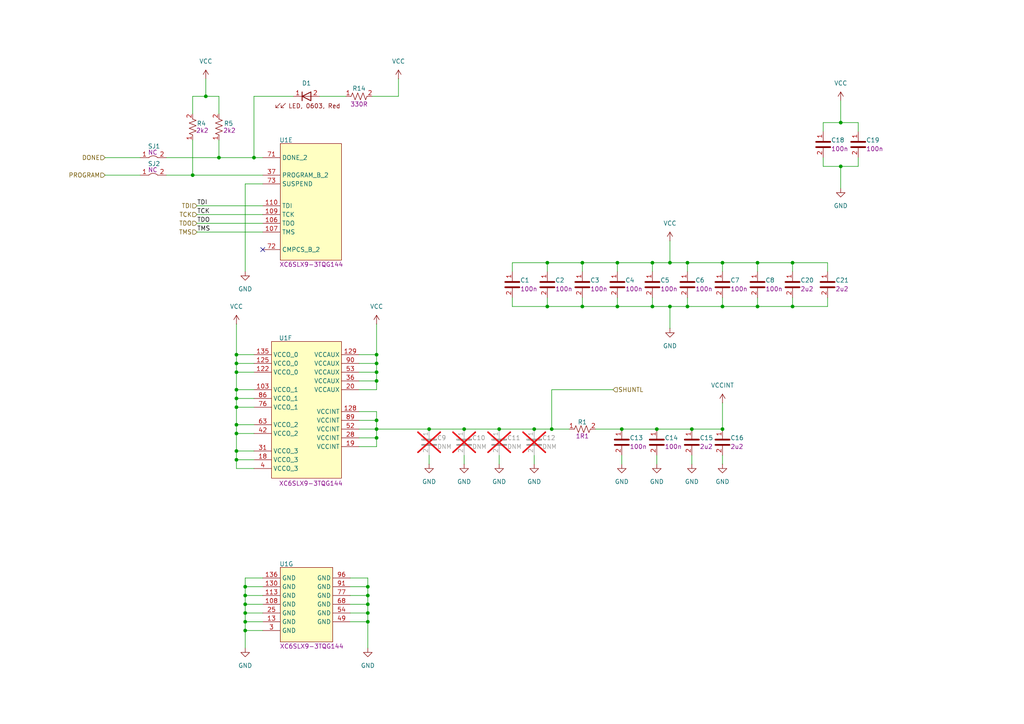
<source format=kicad_sch>
(kicad_sch (version 20231120) (generator "eeschema") (generator_version "8.0")
  (paper "A4")
  (junction (at 106.68 175.26))
  (junction (at 106.68 170.18))
  (junction (at 168.91 76.2))
  (junction (at 109.22 107.95))
  (junction (at 180.34 124.46))
  (junction (at 179.07 76.2))
  (junction (at 109.22 124.46))
  (junction (at 194.31 88.9))
  (junction (at 68.58 105.41))
  (junction (at 68.58 107.95))
  (junction (at 160.02 124.46))
  (junction (at 109.22 127))
  (junction (at 109.22 105.41))
  (junction (at 229.87 88.9))
  (junction (at 179.07 88.9))
  (junction (at 200.66 124.46))
  (junction (at 219.71 76.2))
  (junction (at 190.5 124.46))
  (junction (at 189.23 76.2))
  (junction (at 209.55 88.9))
  (junction (at 68.58 133.35))
  (junction (at 55.88 50.8))
  (junction (at 134.62 124.46))
  (junction (at 71.12 172.72))
  (junction (at 68.58 113.03))
  (junction (at 109.22 121.92))
  (junction (at 199.39 88.9))
  (junction (at 109.22 110.49))
  (junction (at 189.23 88.9))
  (junction (at 109.22 102.87))
  (junction (at 209.55 124.46))
  (junction (at 158.75 88.9))
  (junction (at 68.58 118.11))
  (junction (at 106.68 180.34))
  (junction (at 68.58 123.19))
  (junction (at 71.12 180.34))
  (junction (at 68.58 115.57))
  (junction (at 68.58 102.87))
  (junction (at 73.66 45.72))
  (junction (at 194.31 76.2))
  (junction (at 229.87 76.2))
  (junction (at 243.84 48.26))
  (junction (at 154.94 124.46))
  (junction (at 68.58 130.81))
  (junction (at 209.55 76.2))
  (junction (at 68.58 125.73))
  (junction (at 71.12 177.8))
  (junction (at 144.78 124.46))
  (junction (at 168.91 88.9))
  (junction (at 106.68 177.8))
  (junction (at 124.46 124.46))
  (junction (at 106.68 172.72))
  (junction (at 158.75 76.2))
  (junction (at 219.71 88.9))
  (junction (at 199.39 76.2))
  (junction (at 71.12 175.26))
  (junction (at 63.5 45.72))
  (junction (at 59.69 27.94))
  (junction (at 71.12 170.18))
  (junction (at 243.84 35.56))
  (junction (at 71.12 182.88))
  (no_connect (at 76.2 72.39))
  (wire (pts (xy 238.76 45.72) (xy 238.76 48.26)))
  (wire (pts (xy 55.88 40.64) (xy 55.88 50.8)))
  (wire (pts (xy 248.92 35.56) (xy 248.92 38.1)))
  (wire (pts (xy 101.6 172.72) (xy 106.68 172.72)))
  (wire (pts (xy 179.07 76.2) (xy 189.23 76.2)))
  (wire (pts (xy 68.58 118.11) (xy 68.58 123.19)))
  (wire (pts (xy 68.58 113.03) (xy 73.66 113.03)))
  (wire (pts (xy 92.71 27.94) (xy 100.33 27.94)))
  (wire (pts (xy 63.5 40.64) (xy 63.5 45.72)))
  (wire (pts (xy 71.12 180.34) (xy 76.2 180.34)))
  (wire (pts (xy 104.14 119.38) (xy 109.22 119.38)))
  (wire (pts (xy 200.66 132.08) (xy 200.66 134.62)))
  (wire (pts (xy 109.22 124.46) (xy 109.22 127)))
  (wire (pts (xy 68.58 105.41) (xy 68.58 107.95)))
  (wire (pts (xy 219.71 76.2) (xy 229.87 76.2)))
  (wire (pts (xy 106.68 172.72) (xy 106.68 175.26)))
  (wire (pts (xy 68.58 130.81) (xy 73.66 130.81)))
  (wire (pts (xy 104.14 102.87) (xy 109.22 102.87)))
  (wire (pts (xy 71.12 172.72) (xy 76.2 172.72)))
  (wire (pts (xy 30.48 50.8) (xy 40.64 50.8)))
  (wire (pts (xy 200.66 124.46) (xy 209.55 124.46)))
  (wire (pts (xy 68.58 115.57) (xy 73.66 115.57)))
  (wire (pts (xy 57.15 62.23) (xy 76.2 62.23)))
  (wire (pts (xy 106.68 175.26) (xy 106.68 177.8)))
  (wire (pts (xy 209.55 88.9) (xy 219.71 88.9)))
  (wire (pts (xy 160.02 124.46) (xy 165.1 124.46)))
  (wire (pts (xy 199.39 76.2) (xy 199.39 78.74)))
  (wire (pts (xy 106.68 170.18) (xy 106.68 172.72)))
  (wire (pts (xy 109.22 119.38) (xy 109.22 121.92)))
  (wire (pts (xy 194.31 76.2) (xy 199.39 76.2)))
  (wire (pts (xy 148.59 86.36) (xy 148.59 88.9)))
  (wire (pts (xy 68.58 105.41) (xy 73.66 105.41)))
  (wire (pts (xy 104.14 113.03) (xy 109.22 113.03)))
  (wire (pts (xy 57.15 67.31) (xy 76.2 67.31)))
  (wire (pts (xy 134.62 132.08) (xy 134.62 134.62)))
  (wire (pts (xy 71.12 167.64) (xy 76.2 167.64)))
  (wire (pts (xy 248.92 45.72) (xy 248.92 48.26)))
  (wire (pts (xy 68.58 130.81) (xy 68.58 133.35)))
  (wire (pts (xy 71.12 170.18) (xy 76.2 170.18)))
  (wire (pts (xy 68.58 133.35) (xy 73.66 133.35)))
  (wire (pts (xy 194.31 69.85) (xy 194.31 76.2)))
  (wire (pts (xy 172.72 124.46) (xy 180.34 124.46)))
  (wire (pts (xy 168.91 76.2) (xy 168.91 78.74)))
  (wire (pts (xy 199.39 76.2) (xy 209.55 76.2)))
  (wire (pts (xy 109.22 93.98) (xy 109.22 102.87)))
  (wire (pts (xy 160.02 124.46) (xy 160.02 113.03)))
  (wire (pts (xy 106.68 180.34) (xy 106.68 187.96)))
  (wire (pts (xy 189.23 76.2) (xy 189.23 78.74)))
  (wire (pts (xy 63.5 27.94) (xy 63.5 33.02)))
  (wire (pts (xy 101.6 177.8) (xy 106.68 177.8)))
  (wire (pts (xy 180.34 124.46) (xy 190.5 124.46)))
  (wire (pts (xy 209.55 76.2) (xy 219.71 76.2)))
  (wire (pts (xy 158.75 76.2) (xy 168.91 76.2)))
  (wire (pts (xy 30.48 45.72) (xy 40.64 45.72)))
  (wire (pts (xy 219.71 86.36) (xy 219.71 88.9)))
  (wire (pts (xy 209.55 76.2) (xy 209.55 78.74)))
  (wire (pts (xy 180.34 132.08) (xy 180.34 134.62)))
  (wire (pts (xy 243.84 48.26) (xy 243.84 54.61)))
  (wire (pts (xy 243.84 48.26) (xy 248.92 48.26)))
  (wire (pts (xy 158.75 86.36) (xy 158.75 88.9)))
  (wire (pts (xy 190.5 124.46) (xy 200.66 124.46)))
  (wire (pts (xy 68.58 135.89) (xy 73.66 135.89)))
  (wire (pts (xy 209.55 116.84) (xy 209.55 124.46)))
  (wire (pts (xy 101.6 175.26) (xy 106.68 175.26)))
  (wire (pts (xy 104.14 124.46) (xy 109.22 124.46)))
  (wire (pts (xy 109.22 124.46) (xy 124.46 124.46)))
  (wire (pts (xy 71.12 180.34) (xy 71.12 182.88)))
  (wire (pts (xy 101.6 180.34) (xy 106.68 180.34)))
  (wire (pts (xy 148.59 76.2) (xy 158.75 76.2)))
  (wire (pts (xy 158.75 88.9) (xy 168.91 88.9)))
  (wire (pts (xy 48.26 50.8) (xy 55.88 50.8)))
  (wire (pts (xy 240.03 76.2) (xy 240.03 78.74)))
  (wire (pts (xy 179.07 88.9) (xy 189.23 88.9)))
  (wire (pts (xy 71.12 175.26) (xy 71.12 177.8)))
  (wire (pts (xy 109.22 105.41) (xy 109.22 107.95)))
  (wire (pts (xy 199.39 86.36) (xy 199.39 88.9)))
  (wire (pts (xy 73.66 45.72) (xy 76.2 45.72)))
  (wire (pts (xy 190.5 132.08) (xy 190.5 134.62)))
  (wire (pts (xy 229.87 86.36) (xy 229.87 88.9)))
  (wire (pts (xy 194.31 88.9) (xy 199.39 88.9)))
  (wire (pts (xy 243.84 29.21) (xy 243.84 35.56)))
  (wire (pts (xy 68.58 123.19) (xy 68.58 125.73)))
  (wire (pts (xy 68.58 123.19) (xy 73.66 123.19)))
  (wire (pts (xy 168.91 76.2) (xy 179.07 76.2)))
  (wire (pts (xy 71.12 175.26) (xy 76.2 175.26)))
  (wire (pts (xy 55.88 50.8) (xy 76.2 50.8)))
  (wire (pts (xy 179.07 86.36) (xy 179.07 88.9)))
  (wire (pts (xy 199.39 88.9) (xy 209.55 88.9)))
  (wire (pts (xy 219.71 76.2) (xy 219.71 78.74)))
  (wire (pts (xy 154.94 132.08) (xy 154.94 134.62)))
  (wire (pts (xy 189.23 76.2) (xy 194.31 76.2)))
  (wire (pts (xy 109.22 110.49) (xy 109.22 113.03)))
  (wire (pts (xy 104.14 105.41) (xy 109.22 105.41)))
  (wire (pts (xy 148.59 76.2) (xy 148.59 78.74)))
  (wire (pts (xy 209.55 132.08) (xy 209.55 134.62)))
  (wire (pts (xy 219.71 88.9) (xy 229.87 88.9)))
  (wire (pts (xy 194.31 88.9) (xy 194.31 95.25)))
  (wire (pts (xy 68.58 125.73) (xy 73.66 125.73)))
  (wire (pts (xy 71.12 170.18) (xy 71.12 172.72)))
  (wire (pts (xy 68.58 133.35) (xy 68.58 135.89)))
  (wire (pts (xy 107.95 27.94) (xy 115.57 27.94)))
  (wire (pts (xy 101.6 170.18) (xy 106.68 170.18)))
  (wire (pts (xy 104.14 110.49) (xy 109.22 110.49)))
  (wire (pts (xy 109.22 107.95) (xy 109.22 110.49)))
  (wire (pts (xy 148.59 88.9) (xy 158.75 88.9)))
  (wire (pts (xy 109.22 127) (xy 109.22 129.54)))
  (wire (pts (xy 209.55 86.36) (xy 209.55 88.9)))
  (wire (pts (xy 189.23 86.36) (xy 189.23 88.9)))
  (wire (pts (xy 189.23 88.9) (xy 194.31 88.9)))
  (wire (pts (xy 71.12 53.34) (xy 71.12 78.74)))
  (wire (pts (xy 134.62 124.46) (xy 144.78 124.46)))
  (wire (pts (xy 238.76 35.56) (xy 238.76 38.1)))
  (wire (pts (xy 168.91 86.36) (xy 168.91 88.9)))
  (wire (pts (xy 71.12 177.8) (xy 71.12 180.34)))
  (wire (pts (xy 158.75 76.2) (xy 158.75 78.74)))
  (wire (pts (xy 71.12 177.8) (xy 76.2 177.8)))
  (wire (pts (xy 68.58 113.03) (xy 68.58 115.57)))
  (wire (pts (xy 124.46 132.08) (xy 124.46 134.62)))
  (wire (pts (xy 63.5 45.72) (xy 73.66 45.72)))
  (wire (pts (xy 104.14 129.54) (xy 109.22 129.54)))
  (wire (pts (xy 124.46 124.46) (xy 134.62 124.46)))
  (wire (pts (xy 68.58 102.87) (xy 68.58 105.41)))
  (wire (pts (xy 73.66 45.72) (xy 73.66 27.94)))
  (wire (pts (xy 229.87 76.2) (xy 240.03 76.2)))
  (wire (pts (xy 48.26 45.72) (xy 63.5 45.72)))
  (wire (pts (xy 68.58 107.95) (xy 68.58 113.03)))
  (wire (pts (xy 229.87 76.2) (xy 229.87 78.74)))
  (wire (pts (xy 109.22 121.92) (xy 109.22 124.46)))
  (wire (pts (xy 68.58 125.73) (xy 68.58 130.81)))
  (wire (pts (xy 104.14 127) (xy 109.22 127)))
  (wire (pts (xy 104.14 121.92) (xy 109.22 121.92)))
  (wire (pts (xy 179.07 76.2) (xy 179.07 78.74)))
  (wire (pts (xy 144.78 132.08) (xy 144.78 134.62)))
  (wire (pts (xy 229.87 88.9) (xy 240.03 88.9)))
  (wire (pts (xy 76.2 53.34) (xy 71.12 53.34)))
  (wire (pts (xy 160.02 113.03) (xy 177.8 113.03)))
  (wire (pts (xy 109.22 102.87) (xy 109.22 105.41)))
  (wire (pts (xy 68.58 118.11) (xy 73.66 118.11)))
  (wire (pts (xy 115.57 22.86) (xy 115.57 27.94)))
  (wire (pts (xy 154.94 124.46) (xy 160.02 124.46)))
  (wire (pts (xy 68.58 93.98) (xy 68.58 102.87)))
  (wire (pts (xy 238.76 48.26) (xy 243.84 48.26)))
  (wire (pts (xy 71.12 167.64) (xy 71.12 170.18)))
  (wire (pts (xy 104.14 107.95) (xy 109.22 107.95)))
  (wire (pts (xy 106.68 167.64) (xy 106.68 170.18)))
  (wire (pts (xy 240.03 86.36) (xy 240.03 88.9)))
  (wire (pts (xy 57.15 64.77) (xy 76.2 64.77)))
  (wire (pts (xy 71.12 182.88) (xy 71.12 187.96)))
  (wire (pts (xy 55.88 33.02) (xy 55.88 27.94)))
  (wire (pts (xy 73.66 27.94) (xy 85.09 27.94)))
  (wire (pts (xy 68.58 115.57) (xy 68.58 118.11)))
  (wire (pts (xy 68.58 102.87) (xy 73.66 102.87)))
  (wire (pts (xy 71.12 182.88) (xy 76.2 182.88)))
  (wire (pts (xy 243.84 35.56) (xy 248.92 35.56)))
  (wire (pts (xy 59.69 22.86) (xy 59.69 27.94)))
  (wire (pts (xy 101.6 167.64) (xy 106.68 167.64)))
  (wire (pts (xy 59.69 27.94) (xy 63.5 27.94)))
  (wire (pts (xy 144.78 124.46) (xy 154.94 124.46)))
  (wire (pts (xy 168.91 88.9) (xy 179.07 88.9)))
  (wire (pts (xy 57.15 59.69) (xy 76.2 59.69)))
  (wire (pts (xy 68.58 107.95) (xy 73.66 107.95)))
  (wire (pts (xy 71.12 172.72) (xy 71.12 175.26)))
  (wire (pts (xy 238.76 35.56) (xy 243.84 35.56)))
  (wire (pts (xy 106.68 177.8) (xy 106.68 180.34)))
  (wire (pts (xy 55.88 27.94) (xy 59.69 27.94)))
  (label "TCK" (at 57.15 62.23 0))
  (label "TMS" (at 57.15 67.31 0))
  (label "TDO" (at 57.15 64.77 0))
  (label "TDI" (at 57.15 59.69 0))
  (hierarchical_label "SHUNTL" (shape input) (at 177.8 113.03 0))
  (hierarchical_label "TDO" (shape input) (at 57.15 64.77 180))
  (hierarchical_label "TCK" (shape input) (at 57.15 62.23 180))
  (hierarchical_label "DONE" (shape input) (at 30.48 45.72 180))
  (hierarchical_label "TMS" (shape input) (at 57.15 67.31 180))
  (hierarchical_label "TDI" (shape input) (at 57.15 59.69 180))
  (hierarchical_label "PROGRAM" (shape input) (at 30.48 50.8 180))
  (symbol (lib_id "nae_caps:CAP_100n_6.3V_0603") (at 189.23 82.55 270) (unit 1)
    (property "Reference" "C5" (at 191.516 81.28 90) (effects (justify left)))
    (property "Value" "CAP_100n_6.3V_0603" (effects (hide yes)))
    (property "Footprint" "Capacitor_SMD:C_0603_1608Metric" (effects (hide yes)))
    (property "Datasheet" "https://www.yageo.com/upload/media/product/productsearch/datasheet/mlcc/UPY-GPHC_X7R_6.3V-to-250V_24.pdf" (effects (hide yes)))
    (property "Description" "CAP CER 0.1UF 6.3V X7R 0603" (effects (hide yes)))
    (property "Display Value" "100n" (at 191.516 83.82 90) (effects (justify left)))
    (property "Manufacturer" "YAGEO" (effects (hide yes)))
    (property "Manufacturer Part Number" "CC0603KRX7R5BB104" (effects (hide yes)))
    (property "Supplier 1" "DigiKey" (effects (hide yes)))
    (property "Supplier 1 Part Number" "13-CC0603KRX7R5BB104CT-ND" (effects (hide yes)))
    (property "Supplier 2" "no_data" (effects (hide yes)))
    (property "Supplier 2 Part Number" "no_data" (effects (hide yes)))
  )
  (symbol (lib_id "tutorial_2_library:DNM_0603_cap") (at 154.94 128.27 270) (unit 1) (dnp yes)
    (property "Reference" "C12" (at 157.226 127 90) (effects (justify left)))
    (property "Value" "DNM_CAP_0603" (effects (hide yes)))
    (property "Footprint" "Capacitor_SMD:C_0603_1608Metric" (effects (hide yes)))
    (property "Datasheet" "https://content.kemet.com/datasheets/KEM_C1006_X5R_SMD.pdf" (effects (hide yes)))
    (property "Description" "Non mounted 0603_1608 ceramic capacitor" (effects (hide yes)))
    (property "Display Value" "DNM" (at 157.226 129.54 90) (effects (justify left)))
    (property "Manufacturer" "KEMET" (effects (hide yes)))
    (property "Manufacturer Part Number" "C0603C225K4PAC7867" (effects (hide yes)))
    (property "Supplier 1" "DigiKey" (effects (hide yes)))
    (property "Supplier 1 Part Number" "399-C0603C225K4PAC7867CT-ND" (effects (hide yes)))
  )
  (symbol (lib_id "power:GND") (at 106.68 187.96 0) (unit 1)
    (property "Reference" "#PWR013" (effects (hide yes)))
    (property "Value" "GND" (at 106.68 193.04 0))
    (property "Description" "Power symbol creates a global label with name \"GND\" , ground" (effects (hide yes)))
  )
  (symbol (lib_id "0603_Yageo_Res:RES_2k2_0603") (at 55.88 36.83 90) (unit 1)
    (property "Reference" "R4" (at 58.42 35.814 90))
    (property "Value" "RES_2k2_0603" (effects (hide yes)))
    (property "Footprint" "Resistor_SMD:R_0603_1608Metric" (effects (hide yes)))
    (property "Datasheet" "https://www.yageo.com/upload/media/product/products/datasheet/rchip/PYu-RC_Group_51_RoHS_L_12.pdf" (effects (hide yes)))
    (property "Description" "RES 2.2K OHM 1% 1/10W 0603" (effects (hide yes)))
    (property "Display Value" "2k2" (at 58.674 37.846 90))
    (property "Manufacturer" "YAGEO" (effects (hide yes)))
    (property "Manufacturer Part Number" "RC0603FR-072K2L" (effects (hide yes)))
    (property "Supplier 1" "DigiKey" (effects (hide yes)))
    (property "Supplier 1 Part Number" "311-2.20KHRCT-ND" (effects (hide yes)))
    (property "Supplier 2" "no_data" (effects (hide yes)))
    (property "Supplier 2 Part Number" "no_data" (effects (hide yes)))
  )
  (symbol (lib_id "tutorial_2_library:DNM_0603_cap") (at 144.78 128.27 270) (unit 1) (dnp yes)
    (property "Reference" "C11" (at 147.066 127 90) (effects (justify left)))
    (property "Value" "DNM_CAP_0603" (effects (hide yes)))
    (property "Footprint" "Capacitor_SMD:C_0603_1608Metric" (effects (hide yes)))
    (property "Datasheet" "https://content.kemet.com/datasheets/KEM_C1006_X5R_SMD.pdf" (effects (hide yes)))
    (property "Description" "Non mounted 0603_1608 ceramic capacitor" (effects (hide yes)))
    (property "Display Value" "DNM" (at 147.066 129.54 90) (effects (justify left)))
    (property "Manufacturer" "KEMET" (effects (hide yes)))
    (property "Manufacturer Part Number" "C0603C225K4PAC7867" (effects (hide yes)))
    (property "Supplier 1" "DigiKey" (effects (hide yes)))
    (property "Supplier 1 Part Number" "399-C0603C225K4PAC7867CT-ND" (effects (hide yes)))
  )
  (symbol (lib_id "tutorial_2_library:XC6SLX9-3TQG144") (at 88.9 167.64 0) (unit 7)
    (property "Reference" "U1" (at 83.058 163.576 0))
    (property "Value" "XC6SLX9-3TQG144" (effects (hide yes)))
    (property "Footprint" "Package_QFP:TQFP-144_20x20mm_P0.5mm" (effects (hide yes)))
    (property "Datasheet" "https://docs.amd.com/v/u/en-US/ds162" (effects (hide yes)))
    (property "Description" "IC FPGA 102 I/O 144TQFP" (effects (hide yes)))
    (property "Display Value" "XC6SLX9-3TQG144" (at 90.424 187.452 0))
    (property "Manufacturer" "AMD" (effects (hide yes)))
    (property "Manufacturer Part Number" "XC6SLX9-3TQG144CXC6SLX9-3TQG144C" (effects (hide yes)))
    (property "Supplier 1" "DigiKey" (effects (hide yes)))
    (property "Supplier 1 Part Number" "122-1747-ND" (effects (hide yes)))
  )
  (symbol (lib_id "nae_caps:CAP_2u2_6.3V_0603") (at 229.87 82.55 270) (unit 1)
    (property "Reference" "C20" (at 232.156 81.28 90) (effects (justify left)))
    (property "Value" "CAP_2u2_6.3V_0603" (effects (hide yes)))
    (property "Footprint" "Capacitor_SMD:C_0603_1608Metric" (effects (hide yes)))
    (property "Datasheet" "https://www.yageo.com/upload/media/product/productsearch/datasheet/mlcc/UPY-GPHC_X7R_6.3V-to-250V_24.pdf" (effects (hide yes)))
    (property "Description" "CAP CER 2.2UF 6.3V X7R 0603" (effects (hide yes)))
    (property "Display Value" "2u2" (at 232.156 83.82 90) (effects (justify left)))
    (property "Manufacturer" "YAGEO" (effects (hide yes)))
    (property "Manufacturer Part Number" "CC0603KRX7R5BB225" (effects (hide yes)))
    (property "Supplier 1" "DigiKey" (effects (hide yes)))
    (property "Supplier 1 Part Number" "311-1795-1-ND" (effects (hide yes)))
    (property "Supplier 2" "no_data" (effects (hide yes)))
    (property "Supplier 2 Part Number" "no_data" (effects (hide yes)))
  )
  (symbol (lib_id "nae_caps:CAP_100n_6.3V_0603") (at 168.91 82.55 270) (unit 1)
    (property "Reference" "C3" (at 171.196 81.28 90) (effects (justify left)))
    (property "Value" "CAP_100n_6.3V_0603" (effects (hide yes)))
    (property "Footprint" "Capacitor_SMD:C_0603_1608Metric" (effects (hide yes)))
    (property "Datasheet" "https://www.yageo.com/upload/media/product/productsearch/datasheet/mlcc/UPY-GPHC_X7R_6.3V-to-250V_24.pdf" (effects (hide yes)))
    (property "Description" "CAP CER 0.1UF 6.3V X7R 0603" (effects (hide yes)))
    (property "Display Value" "100n" (at 171.196 83.82 90) (effects (justify left)))
    (property "Manufacturer" "YAGEO" (effects (hide yes)))
    (property "Manufacturer Part Number" "CC0603KRX7R5BB104" (effects (hide yes)))
    (property "Supplier 1" "DigiKey" (effects (hide yes)))
    (property "Supplier 1 Part Number" "13-CC0603KRX7R5BB104CT-ND" (effects (hide yes)))
    (property "Supplier 2" "no_data" (effects (hide yes)))
    (property "Supplier 2 Part Number" "no_data" (effects (hide yes)))
  )
  (symbol (lib_id "nae_caps:CAP_100n_6.3V_0603") (at 158.75 82.55 270) (unit 1)
    (property "Reference" "C2" (at 161.036 81.28 90) (effects (justify left)))
    (property "Value" "CAP_100n_6.3V_0603" (effects (hide yes)))
    (property "Footprint" "Capacitor_SMD:C_0603_1608Metric" (effects (hide yes)))
    (property "Datasheet" "https://www.yageo.com/upload/media/product/productsearch/datasheet/mlcc/UPY-GPHC_X7R_6.3V-to-250V_24.pdf" (effects (hide yes)))
    (property "Description" "CAP CER 0.1UF 6.3V X7R 0603" (effects (hide yes)))
    (property "Display Value" "100n" (at 161.036 83.82 90) (effects (justify left)))
    (property "Manufacturer" "YAGEO" (effects (hide yes)))
    (property "Manufacturer Part Number" "CC0603KRX7R5BB104" (effects (hide yes)))
    (property "Supplier 1" "DigiKey" (effects (hide yes)))
    (property "Supplier 1 Part Number" "13-CC0603KRX7R5BB104CT-ND" (effects (hide yes)))
    (property "Supplier 2" "no_data" (effects (hide yes)))
    (property "Supplier 2 Part Number" "no_data" (effects (hide yes)))
  )
  (symbol (lib_id "power:GND") (at 124.46 134.62 0) (unit 1)
    (property "Reference" "#PWR015" (effects (hide yes)))
    (property "Value" "GND" (at 124.46 139.7 0))
    (property "Description" "Power symbol creates a global label with name \"GND\" , ground" (effects (hide yes)))
  )
  (symbol (lib_id "power:VCC") (at 209.55 116.84 0) (unit 1)
    (property "Reference" "#PWR014" (effects (hide yes)))
    (property "Value" "VCCINT" (at 209.55 111.76 0))
    (property "Description" "Power symbol creates a global label with name \"VCC\"" (effects (hide yes)))
  )
  (symbol (lib_id "tutorial_2_library:XC6SLX9-3TQG144") (at 88.9 102.87 0) (unit 6)
    (property "Reference" "U1" (at 82.804 98.044 0))
    (property "Value" "XC6SLX9-3TQG144" (effects (hide yes)))
    (property "Footprint" "Package_QFP:TQFP-144_20x20mm_P0.5mm" (effects (hide yes)))
    (property "Datasheet" "https://docs.amd.com/v/u/en-US/ds162" (effects (hide yes)))
    (property "Description" "IC FPGA 102 I/O 144TQFP" (effects (hide yes)))
    (property "Display Value" "XC6SLX9-3TQG144" (at 90.17 140.208 0))
    (property "Manufacturer" "AMD" (effects (hide yes)))
    (property "Manufacturer Part Number" "XC6SLX9-3TQG144CXC6SLX9-3TQG144C" (effects (hide yes)))
    (property "Supplier 1" "DigiKey" (effects (hide yes)))
    (property "Supplier 1 Part Number" "122-1747-ND" (effects (hide yes)))
  )
  (symbol (lib_id "power:GND") (at 144.78 134.62 0) (unit 1)
    (property "Reference" "#PWR017" (effects (hide yes)))
    (property "Value" "GND" (at 144.78 139.7 0))
    (property "Description" "Power symbol creates a global label with name \"GND\" , ground" (effects (hide yes)))
  )
  (symbol (lib_id "power:GND") (at 200.66 134.62 0) (unit 1)
    (property "Reference" "#PWR021" (effects (hide yes)))
    (property "Value" "GND" (at 200.66 139.7 0))
    (property "Description" "Power symbol creates a global label with name \"GND\" , ground" (effects (hide yes)))
  )
  (symbol (lib_id "power:GND") (at 71.12 187.96 0) (unit 1)
    (property "Reference" "#PWR012" (effects (hide yes)))
    (property "Value" "GND" (at 71.12 193.04 0))
    (property "Description" "Power symbol creates a global label with name \"GND\" , ground" (effects (hide yes)))
  )
  (symbol (lib_id "power:GND") (at 209.55 134.62 0) (unit 1)
    (property "Reference" "#PWR022" (effects (hide yes)))
    (property "Value" "GND" (at 209.55 139.7 0))
    (property "Description" "Power symbol creates a global label with name \"GND\" , ground" (effects (hide yes)))
  )
  (symbol (lib_id "power:GND") (at 154.94 134.62 0) (unit 1)
    (property "Reference" "#PWR018" (effects (hide yes)))
    (property "Value" "GND" (at 154.94 139.7 0))
    (property "Description" "Power symbol creates a global label with name \"GND\" , ground" (effects (hide yes)))
  )
  (symbol (lib_id "nae_caps:CAP_2u2_6.3V_0603") (at 240.03 82.55 270) (unit 1)
    (property "Reference" "C21" (at 242.316 81.28 90) (effects (justify left)))
    (property "Value" "CAP_2u2_6.3V_0603" (effects (hide yes)))
    (property "Footprint" "Capacitor_SMD:C_0603_1608Metric" (effects (hide yes)))
    (property "Datasheet" "https://www.yageo.com/upload/media/product/productsearch/datasheet/mlcc/UPY-GPHC_X7R_6.3V-to-250V_24.pdf" (effects (hide yes)))
    (property "Description" "CAP CER 2.2UF 6.3V X7R 0603" (effects (hide yes)))
    (property "Display Value" "2u2" (at 242.316 83.82 90) (effects (justify left)))
    (property "Manufacturer" "YAGEO" (effects (hide yes)))
    (property "Manufacturer Part Number" "CC0603KRX7R5BB225" (effects (hide yes)))
    (property "Supplier 1" "DigiKey" (effects (hide yes)))
    (property "Supplier 1 Part Number" "311-1795-1-ND" (effects (hide yes)))
    (property "Supplier 2" "no_data" (effects (hide yes)))
    (property "Supplier 2 Part Number" "no_data" (effects (hide yes)))
  )
  (symbol (lib_id "nae_caps:CAP_100n_6.3V_0603") (at 148.59 82.55 270) (unit 1)
    (property "Reference" "C1" (at 150.876 81.28 90) (effects (justify left)))
    (property "Value" "CAP_100n_6.3V_0603" (effects (hide yes)))
    (property "Footprint" "Capacitor_SMD:C_0603_1608Metric" (effects (hide yes)))
    (property "Datasheet" "https://www.yageo.com/upload/media/product/productsearch/datasheet/mlcc/UPY-GPHC_X7R_6.3V-to-250V_24.pdf" (effects (hide yes)))
    (property "Description" "CAP CER 0.1UF 6.3V X7R 0603" (effects (hide yes)))
    (property "Display Value" "100n" (at 150.876 83.82 90) (effects (justify left)))
    (property "Manufacturer" "YAGEO" (effects (hide yes)))
    (property "Manufacturer Part Number" "CC0603KRX7R5BB104" (effects (hide yes)))
    (property "Supplier 1" "DigiKey" (effects (hide yes)))
    (property "Supplier 1 Part Number" "13-CC0603KRX7R5BB104CT-ND" (effects (hide yes)))
    (property "Supplier 2" "no_data" (effects (hide yes)))
    (property "Supplier 2 Part Number" "no_data" (effects (hide yes)))
  )
  (symbol (lib_id "power:VCC") (at 243.84 29.21 0) (unit 1)
    (property "Reference" "#PWR025" (effects (hide yes)))
    (property "Value" "VCC" (at 243.84 24.13 0))
    (property "Description" "Power symbol creates a global label with name \"VCC\"" (effects (hide yes)))
  )
  (symbol (lib_id "power:GND") (at 134.62 134.62 0) (unit 1)
    (property "Reference" "#PWR016" (effects (hide yes)))
    (property "Value" "GND" (at 134.62 139.7 0))
    (property "Description" "Power symbol creates a global label with name \"GND\" , ground" (effects (hide yes)))
  )
  (symbol (lib_id "tutorial_2_library:APT1608SRCPRV") (at 88.9 27.94 0) (unit 1)
    (property "Reference" "D1" (at 88.9 24.13 0))
    (property "Value" "APT1608SRCPRV" (effects (hide yes)))
    (property "Footprint" "LED_SMD:LED_0603_1608Metric" (effects (hide yes)))
    (property "Datasheet" "https://www.kingbrightusa.com/images/catalog/SPEC/APT1608SRCPRV.pdf" (effects (hide yes)))
    (property "Description" "LED RED CLEAR CHIP SMD" (effects (hide yes)))
    (property "Display Value" "APT1608SRCPRV" (effects (hide yes)))
    (property "Manufacturer" "Kingbright" (effects (hide yes)))
    (property "Manufacturer Part Number" "APT1608SRCPRV" (effects (hide yes)))
    (property "Supplier 1" "DigiKey" (effects (hide yes)))
    (property "Supplier 1 Part Number" "754-1122-1-ND" (effects (hide yes)))
  )
  (symbol (lib_id "power:VCC") (at 115.57 22.86 0) (unit 1)
    (property "Reference" "#PWR09" (effects (hide yes)))
    (property "Value" "VCC" (at 115.57 17.78 0))
    (property "Description" "Power symbol creates a global label with name \"VCC\"" (effects (hide yes)))
  )
  (symbol (lib_id "power:GND") (at 180.34 134.62 0) (unit 1)
    (property "Reference" "#PWR019" (effects (hide yes)))
    (property "Value" "GND" (at 180.34 139.7 0))
    (property "Description" "Power symbol creates a global label with name \"GND\" , ground" (effects (hide yes)))
  )
  (symbol (lib_id "nae_caps:CAP_100n_6.3V_0603") (at 180.34 128.27 270) (unit 1)
    (property "Reference" "C13" (at 182.626 127 90) (effects (justify left)))
    (property "Value" "CAP_100n_6.3V_0603" (effects (hide yes)))
    (property "Footprint" "Capacitor_SMD:C_0603_1608Metric" (effects (hide yes)))
    (property "Datasheet" "https://www.yageo.com/upload/media/product/productsearch/datasheet/mlcc/UPY-GPHC_X7R_6.3V-to-250V_24.pdf" (effects (hide yes)))
    (property "Description" "CAP CER 0.1UF 6.3V X7R 0603" (effects (hide yes)))
    (property "Display Value" "100n" (at 182.626 129.54 90) (effects (justify left)))
    (property "Manufacturer" "YAGEO" (effects (hide yes)))
    (property "Manufacturer Part Number" "CC0603KRX7R5BB104" (effects (hide yes)))
    (property "Supplier 1" "DigiKey" (effects (hide yes)))
    (property "Supplier 1 Part Number" "13-CC0603KRX7R5BB104CT-ND" (effects (hide yes)))
    (property "Supplier 2" "no_data" (effects (hide yes)))
    (property "Supplier 2 Part Number" "no_data" (effects (hide yes)))
  )
  (symbol (lib_id "tutorial_2_library:Solder_Jumper_2_NC") (at 44.45 50.8 90) (mirror x) (unit 1)
    (property "Reference" "SJ2" (at 46.482 47.498 90) (effects (justify left)))
    (property "Footprint" "Jumper:SolderJumper-2_P1.3mm_Bridged2Bar_Pad1.0x1.5mm" (effects (hide yes)))
    (property "Display Value" "NC" (at 45.72 49.276 90) (effects (justify left)))
  )
  (symbol (lib_id "nae_caps:CAP_100n_6.3V_0603") (at 179.07 82.55 270) (unit 1)
    (property "Reference" "C4" (at 181.356 81.28 90) (effects (justify left)))
    (property "Value" "CAP_100n_6.3V_0603" (effects (hide yes)))
    (property "Footprint" "Capacitor_SMD:C_0603_1608Metric" (effects (hide yes)))
    (property "Datasheet" "https://www.yageo.com/upload/media/product/productsearch/datasheet/mlcc/UPY-GPHC_X7R_6.3V-to-250V_24.pdf" (effects (hide yes)))
    (property "Description" "CAP CER 0.1UF 6.3V X7R 0603" (effects (hide yes)))
    (property "Display Value" "100n" (at 181.356 83.82 90) (effects (justify left)))
    (property "Manufacturer" "YAGEO" (effects (hide yes)))
    (property "Manufacturer Part Number" "CC0603KRX7R5BB104" (effects (hide yes)))
    (property "Supplier 1" "DigiKey" (effects (hide yes)))
    (property "Supplier 1 Part Number" "13-CC0603KRX7R5BB104CT-ND" (effects (hide yes)))
    (property "Supplier 2" "no_data" (effects (hide yes)))
    (property "Supplier 2 Part Number" "no_data" (effects (hide yes)))
  )
  (symbol (lib_id "power:VCC") (at 194.31 69.85 0) (unit 1)
    (property "Reference" "#PWR024" (effects (hide yes)))
    (property "Value" "VCC" (at 194.31 64.77 0))
    (property "Description" "Power symbol creates a global label with name \"VCC\"" (effects (hide yes)))
  )
  (symbol (lib_id "0603_Yageo_Res:RES_330R_0603") (at 104.14 27.94 0) (unit 1)
    (property "Reference" "R14" (at 104.14 25.654 0))
    (property "Value" "RES_330R_0603" (effects (hide yes)))
    (property "Footprint" "Resistor_SMD:R_0603_1608Metric" (effects (hide yes)))
    (property "Datasheet" "https://www.yageo.com/upload/media/product/products/datasheet/rchip/PYu-RC_Group_51_RoHS_L_12.pdf" (effects (hide yes)))
    (property "Description" "RES 330 OHM 1% 1/10W 0603" (effects (hide yes)))
    (property "Display Value" "330R" (at 104.14 30.226 0))
    (property "Manufacturer" "YAGEO" (effects (hide yes)))
    (property "Manufacturer Part Number" "RC0603FR-07330RL" (effects (hide yes)))
    (property "Supplier 1" "DigiKey" (effects (hide yes)))
    (property "Supplier 1 Part Number" "311-330HRCT-ND" (effects (hide yes)))
    (property "Supplier 2" "no_data" (effects (hide yes)))
    (property "Supplier 2 Part Number" "no_data" (effects (hide yes)))
  )
  (symbol (lib_id "nae_caps:CAP_100n_6.3V_0603") (at 238.76 41.91 270) (unit 1)
    (property "Reference" "C18" (at 241.046 40.64 90) (effects (justify left)))
    (property "Value" "CAP_100n_6.3V_0603" (effects (hide yes)))
    (property "Footprint" "Capacitor_SMD:C_0603_1608Metric" (effects (hide yes)))
    (property "Datasheet" "https://www.yageo.com/upload/media/product/productsearch/datasheet/mlcc/UPY-GPHC_X7R_6.3V-to-250V_24.pdf" (effects (hide yes)))
    (property "Description" "CAP CER 0.1UF 6.3V X7R 0603" (effects (hide yes)))
    (property "Display Value" "100n" (at 241.046 43.18 90) (effects (justify left)))
    (property "Manufacturer" "YAGEO" (effects (hide yes)))
    (property "Manufacturer Part Number" "CC0603KRX7R5BB104" (effects (hide yes)))
    (property "Supplier 1" "DigiKey" (effects (hide yes)))
    (property "Supplier 1 Part Number" "13-CC0603KRX7R5BB104CT-ND" (effects (hide yes)))
    (property "Supplier 2" "no_data" (effects (hide yes)))
    (property "Supplier 2 Part Number" "no_data" (effects (hide yes)))
  )
  (symbol (lib_id "0603_Yageo_Res:RES_1R1_0603") (at 168.91 124.46 0) (unit 1)
    (property "Reference" "R1" (at 168.91 122.428 0))
    (property "Value" "RES_1R1_0603" (effects (hide yes)))
    (property "Footprint" "Resistor_SMD:R_0603_1608Metric" (effects (hide yes)))
    (property "Datasheet" "https://www.yageo.com/upload/media/product/products/datasheet/rchip/PYu-RC_Group_51_RoHS_L_12.pdf" (effects (hide yes)))
    (property "Description" "RES 1.1 OHM 1% 1/10W 0603" (effects (hide yes)))
    (property "Display Value" "1R1" (at 168.91 126.492 0))
    (property "Manufacturer" "YAGEO" (effects (hide yes)))
    (property "Manufacturer Part Number" "RC0603FR-101R1L" (effects (hide yes)))
    (property "Supplier 1" "DigiKey" (effects (hide yes)))
    (property "Supplier 1 Part Number" "13-RC0603FR-101R1LCT-ND" (effects (hide yes)))
    (property "Supplier 2" "no_data" (effects (hide yes)))
    (property "Supplier 2 Part Number" "no_data" (effects (hide yes)))
  )
  (symbol (lib_id "nae_caps:CAP_100n_6.3V_0603") (at 219.71 82.55 270) (unit 1)
    (property "Reference" "C8" (at 221.996 81.28 90) (effects (justify left)))
    (property "Value" "CAP_100n_6.3V_0603" (effects (hide yes)))
    (property "Footprint" "Capacitor_SMD:C_0603_1608Metric" (effects (hide yes)))
    (property "Datasheet" "https://www.yageo.com/upload/media/product/productsearch/datasheet/mlcc/UPY-GPHC_X7R_6.3V-to-250V_24.pdf" (effects (hide yes)))
    (property "Description" "CAP CER 0.1UF 6.3V X7R 0603" (effects (hide yes)))
    (property "Display Value" "100n" (at 221.996 83.82 90) (effects (justify left)))
    (property "Manufacturer" "YAGEO" (effects (hide yes)))
    (property "Manufacturer Part Number" "CC0603KRX7R5BB104" (effects (hide yes)))
    (property "Supplier 1" "DigiKey" (effects (hide yes)))
    (property "Supplier 1 Part Number" "13-CC0603KRX7R5BB104CT-ND" (effects (hide yes)))
    (property "Supplier 2" "no_data" (effects (hide yes)))
    (property "Supplier 2 Part Number" "no_data" (effects (hide yes)))
  )
  (symbol (lib_id "nae_caps:CAP_100n_6.3V_0603") (at 199.39 82.55 270) (unit 1)
    (property "Reference" "C6" (at 201.676 81.28 90) (effects (justify left)))
    (property "Value" "CAP_100n_6.3V_0603" (effects (hide yes)))
    (property "Footprint" "Capacitor_SMD:C_0603_1608Metric" (effects (hide yes)))
    (property "Datasheet" "https://www.yageo.com/upload/media/product/productsearch/datasheet/mlcc/UPY-GPHC_X7R_6.3V-to-250V_24.pdf" (effects (hide yes)))
    (property "Description" "CAP CER 0.1UF 6.3V X7R 0603" (effects (hide yes)))
    (property "Display Value" "100n" (at 201.676 83.82 90) (effects (justify left)))
    (property "Manufacturer" "YAGEO" (effects (hide yes)))
    (property "Manufacturer Part Number" "CC0603KRX7R5BB104" (effects (hide yes)))
    (property "Supplier 1" "DigiKey" (effects (hide yes)))
    (property "Supplier 1 Part Number" "13-CC0603KRX7R5BB104CT-ND" (effects (hide yes)))
    (property "Supplier 2" "no_data" (effects (hide yes)))
    (property "Supplier 2 Part Number" "no_data" (effects (hide yes)))
  )
  (symbol (lib_id "tutorial_2_library:Solder_Jumper_2_NC") (at 44.45 45.72 90) (mirror x) (unit 1)
    (property "Reference" "SJ1" (at 46.482 42.418 90) (effects (justify left)))
    (property "Footprint" "Jumper:SolderJumper-2_P1.3mm_Bridged2Bar_Pad1.0x1.5mm" (effects (hide yes)))
    (property "Display Value" "NC" (at 45.7201 44.196 90) (effects (justify left)))
  )
  (symbol (lib_id "nae_caps:CAP_2u2_6.3V_0603") (at 209.55 128.27 270) (unit 1)
    (property "Reference" "C16" (at 211.836 127 90) (effects (justify left)))
    (property "Value" "CAP_2u2_6.3V_0603" (effects (hide yes)))
    (property "Footprint" "Capacitor_SMD:C_0603_1608Metric" (effects (hide yes)))
    (property "Datasheet" "https://www.yageo.com/upload/media/product/productsearch/datasheet/mlcc/UPY-GPHC_X7R_6.3V-to-250V_24.pdf" (effects (hide yes)))
    (property "Description" "CAP CER 2.2UF 6.3V X7R 0603" (effects (hide yes)))
    (property "Display Value" "2u2" (at 211.836 129.54 90) (effects (justify left)))
    (property "Manufacturer" "YAGEO" (effects (hide yes)))
    (property "Manufacturer Part Number" "CC0603KRX7R5BB225" (effects (hide yes)))
    (property "Supplier 1" "DigiKey" (effects (hide yes)))
    (property "Supplier 1 Part Number" "311-1795-1-ND" (effects (hide yes)))
    (property "Supplier 2" "no_data" (effects (hide yes)))
    (property "Supplier 2 Part Number" "no_data" (effects (hide yes)))
  )
  (symbol (lib_id "power:VCC") (at 59.69 22.86 0) (unit 1)
    (property "Reference" "#PWR08" (effects (hide yes)))
    (property "Value" "VCC" (at 59.69 17.78 0))
    (property "Description" "Power symbol creates a global label with name \"VCC\"" (effects (hide yes)))
  )
  (symbol (lib_id "nae_caps:CAP_100n_6.3V_0603") (at 248.92 41.91 270) (unit 1)
    (property "Reference" "C19" (at 251.206 40.64 90) (effects (justify left)))
    (property "Value" "CAP_100n_6.3V_0603" (effects (hide yes)))
    (property "Footprint" "Capacitor_SMD:C_0603_1608Metric" (effects (hide yes)))
    (property "Datasheet" "https://www.yageo.com/upload/media/product/productsearch/datasheet/mlcc/UPY-GPHC_X7R_6.3V-to-250V_24.pdf" (effects (hide yes)))
    (property "Description" "CAP CER 0.1UF 6.3V X7R 0603" (effects (hide yes)))
    (property "Display Value" "100n" (at 251.206 43.18 90) (effects (justify left)))
    (property "Manufacturer" "YAGEO" (effects (hide yes)))
    (property "Manufacturer Part Number" "CC0603KRX7R5BB104" (effects (hide yes)))
    (property "Supplier 1" "DigiKey" (effects (hide yes)))
    (property "Supplier 1 Part Number" "13-CC0603KRX7R5BB104CT-ND" (effects (hide yes)))
    (property "Supplier 2" "no_data" (effects (hide yes)))
    (property "Supplier 2 Part Number" "no_data" (effects (hide yes)))
  )
  (symbol (lib_id "power:GND") (at 71.12 78.74 0) (unit 1)
    (property "Reference" "#PWR07" (effects (hide yes)))
    (property "Value" "GND" (at 71.12 83.82 0))
    (property "Description" "Power symbol creates a global label with name \"GND\" , ground" (effects (hide yes)))
  )
  (symbol (lib_id "tutorial_2_library:DNM_0603_cap") (at 124.46 128.27 270) (unit 1) (dnp yes)
    (property "Reference" "C9" (at 126.746 127 90) (effects (justify left)))
    (property "Value" "DNM_CAP_0603" (effects (hide yes)))
    (property "Footprint" "Capacitor_SMD:C_0603_1608Metric" (effects (hide yes)))
    (property "Datasheet" "https://content.kemet.com/datasheets/KEM_C1006_X5R_SMD.pdf" (effects (hide yes)))
    (property "Description" "Non mounted 0603_1608 ceramic capacitor" (effects (hide yes)))
    (property "Display Value" "DNM" (at 126.746 129.54 90) (effects (justify left)))
    (property "Manufacturer" "KEMET" (effects (hide yes)))
    (property "Manufacturer Part Number" "C0603C225K4PAC7867" (effects (hide yes)))
    (property "Supplier 1" "DigiKey" (effects (hide yes)))
    (property "Supplier 1 Part Number" "399-C0603C225K4PAC7867CT-ND" (effects (hide yes)))
  )
  (symbol (lib_id "power:GND") (at 243.84 54.61 0) (unit 1)
    (property "Reference" "#PWR026" (effects (hide yes)))
    (property "Value" "GND" (at 243.84 59.69 0))
    (property "Description" "Power symbol creates a global label with name \"GND\" , ground" (effects (hide yes)))
  )
  (symbol (lib_id "power:VCC") (at 68.58 93.98 0) (unit 1)
    (property "Reference" "#PWR010" (effects (hide yes)))
    (property "Value" "VCC" (at 68.58 88.9 0))
    (property "Description" "Power symbol creates a global label with name \"VCC\"" (effects (hide yes)))
  )
  (symbol (lib_id "tutorial_2_library:XC6SLX9-3TQG144") (at 81.28 45.72 0) (unit 5)
    (property "Reference" "U1" (at 81.026 40.64 0) (effects (justify left)))
    (property "Value" "XC6SLX9-3TQG144" (effects (hide yes)))
    (property "Footprint" "Package_QFP:TQFP-144_20x20mm_P0.5mm" (effects (hide yes)))
    (property "Datasheet" "https://docs.amd.com/v/u/en-US/ds162" (effects (hide yes)))
    (property "Description" "IC FPGA 102 I/O 144TQFP" (effects (hide yes)))
    (property "Display Value" "XC6SLX9-3TQG144" (at 81.026 76.708 0) (effects (justify left)))
    (property "Manufacturer" "AMD" (effects (hide yes)))
    (property "Manufacturer Part Number" "XC6SLX9-3TQG144CXC6SLX9-3TQG144C" (effects (hide yes)))
    (property "Supplier 1" "DigiKey" (effects (hide yes)))
    (property "Supplier 1 Part Number" "122-1747-ND" (effects (hide yes)))
  )
  (symbol (lib_id "tutorial_2_library:DNM_0603_cap") (at 134.62 128.27 270) (unit 1) (dnp yes)
    (property "Reference" "C10" (at 136.906 127 90) (effects (justify left)))
    (property "Value" "DNM_CAP_0603" (effects (hide yes)))
    (property "Footprint" "Capacitor_SMD:C_0603_1608Metric" (effects (hide yes)))
    (property "Datasheet" "https://content.kemet.com/datasheets/KEM_C1006_X5R_SMD.pdf" (effects (hide yes)))
    (property "Description" "Non mounted 0603_1608 ceramic capacitor" (effects (hide yes)))
    (property "Display Value" "DNM" (at 136.906 129.54 90) (effects (justify left)))
    (property "Manufacturer" "KEMET" (effects (hide yes)))
    (property "Manufacturer Part Number" "C0603C225K4PAC7867" (effects (hide yes)))
    (property "Supplier 1" "DigiKey" (effects (hide yes)))
    (property "Supplier 1 Part Number" "399-C0603C225K4PAC7867CT-ND" (effects (hide yes)))
  )
  (symbol (lib_id "nae_caps:CAP_2u2_6.3V_0603") (at 200.66 128.27 270) (unit 1)
    (property "Reference" "C15" (at 202.946 127 90) (effects (justify left)))
    (property "Value" "CAP_2u2_6.3V_0603" (effects (hide yes)))
    (property "Footprint" "Capacitor_SMD:C_0603_1608Metric" (effects (hide yes)))
    (property "Datasheet" "https://www.yageo.com/upload/media/product/productsearch/datasheet/mlcc/UPY-GPHC_X7R_6.3V-to-250V_24.pdf" (effects (hide yes)))
    (property "Description" "CAP CER 2.2UF 6.3V X7R 0603" (effects (hide yes)))
    (property "Display Value" "2u2" (at 202.946 129.54 90) (effects (justify left)))
    (property "Manufacturer" "YAGEO" (effects (hide yes)))
    (property "Manufacturer Part Number" "CC0603KRX7R5BB225" (effects (hide yes)))
    (property "Supplier 1" "DigiKey" (effects (hide yes)))
    (property "Supplier 1 Part Number" "311-1795-1-ND" (effects (hide yes)))
    (property "Supplier 2" "no_data" (effects (hide yes)))
    (property "Supplier 2 Part Number" "no_data" (effects (hide yes)))
  )
  (symbol (lib_id "0603_Yageo_Res:RES_2k2_0603") (at 63.5 36.83 90) (unit 1)
    (property "Reference" "R5" (at 66.294 35.814 90))
    (property "Value" "RES_2k2_0603" (effects (hide yes)))
    (property "Footprint" "Resistor_SMD:R_0603_1608Metric" (effects (hide yes)))
    (property "Datasheet" "https://www.yageo.com/upload/media/product/products/datasheet/rchip/PYu-RC_Group_51_RoHS_L_12.pdf" (effects (hide yes)))
    (property "Description" "RES 2.2K OHM 1% 1/10W 0603" (effects (hide yes)))
    (property "Display Value" "2k2" (at 66.548 37.846 90))
    (property "Manufacturer" "YAGEO" (effects (hide yes)))
    (property "Manufacturer Part Number" "RC0603FR-072K2L" (effects (hide yes)))
    (property "Supplier 1" "DigiKey" (effects (hide yes)))
    (property "Supplier 1 Part Number" "311-2.20KHRCT-ND" (effects (hide yes)))
    (property "Supplier 2" "no_data" (effects (hide yes)))
    (property "Supplier 2 Part Number" "no_data" (effects (hide yes)))
  )
  (symbol (lib_id "power:VCC") (at 109.22 93.98 0) (unit 1)
    (property "Reference" "#PWR011" (effects (hide yes)))
    (property "Value" "VCC" (at 109.22 88.9 0))
    (property "Description" "Power symbol creates a global label with name \"VCC\"" (effects (hide yes)))
  )
  (symbol (lib_id "nae_caps:CAP_100n_6.3V_0603") (at 190.5 128.27 270) (unit 1)
    (property "Reference" "C14" (at 192.786 127 90) (effects (justify left)))
    (property "Value" "CAP_100n_6.3V_0603" (effects (hide yes)))
    (property "Footprint" "Capacitor_SMD:C_0603_1608Metric" (effects (hide yes)))
    (property "Datasheet" "https://www.yageo.com/upload/media/product/productsearch/datasheet/mlcc/UPY-GPHC_X7R_6.3V-to-250V_24.pdf" (effects (hide yes)))
    (property "Description" "CAP CER 0.1UF 6.3V X7R 0603" (effects (hide yes)))
    (property "Display Value" "100n" (at 192.786 129.54 90) (effects (justify left)))
    (property "Manufacturer" "YAGEO" (effects (hide yes)))
    (property "Manufacturer Part Number" "CC0603KRX7R5BB104" (effects (hide yes)))
    (property "Supplier 1" "DigiKey" (effects (hide yes)))
    (property "Supplier 1 Part Number" "13-CC0603KRX7R5BB104CT-ND" (effects (hide yes)))
    (property "Supplier 2" "no_data" (effects (hide yes)))
    (property "Supplier 2 Part Number" "no_data" (effects (hide yes)))
  )
  (symbol (lib_id "power:GND") (at 194.31 95.25 0) (unit 1)
    (property "Reference" "#PWR023" (effects (hide yes)))
    (property "Value" "GND" (at 194.31 100.33 0))
    (property "Description" "Power symbol creates a global label with name \"GND\" , ground" (effects (hide yes)))
  )
  (symbol (lib_id "nae_caps:CAP_100n_6.3V_0603") (at 209.55 82.55 270) (unit 1)
    (property "Reference" "C7" (at 211.836 81.28 90) (effects (justify left)))
    (property "Value" "CAP_100n_6.3V_0603" (effects (hide yes)))
    (property "Footprint" "Capacitor_SMD:C_0603_1608Metric" (effects (hide yes)))
    (property "Datasheet" "https://www.yageo.com/upload/media/product/productsearch/datasheet/mlcc/UPY-GPHC_X7R_6.3V-to-250V_24.pdf" (effects (hide yes)))
    (property "Description" "CAP CER 0.1UF 6.3V X7R 0603" (effects (hide yes)))
    (property "Display Value" "100n" (at 211.836 83.82 90) (effects (justify left)))
    (property "Manufacturer" "YAGEO" (effects (hide yes)))
    (property "Manufacturer Part Number" "CC0603KRX7R5BB104" (effects (hide yes)))
    (property "Supplier 1" "DigiKey" (effects (hide yes)))
    (property "Supplier 1 Part Number" "13-CC0603KRX7R5BB104CT-ND" (effects (hide yes)))
    (property "Supplier 2" "no_data" (effects (hide yes)))
    (property "Supplier 2 Part Number" "no_data" (effects (hide yes)))
  )
  (symbol (lib_id "power:GND") (at 190.5 134.62 0) (unit 1)
    (property "Reference" "#PWR020" (effects (hide yes)))
    (property "Value" "GND" (at 190.5 139.7 0))
    (property "Description" "Power symbol creates a global label with name \"GND\" , ground" (effects (hide yes)))
  )
)
</source>
